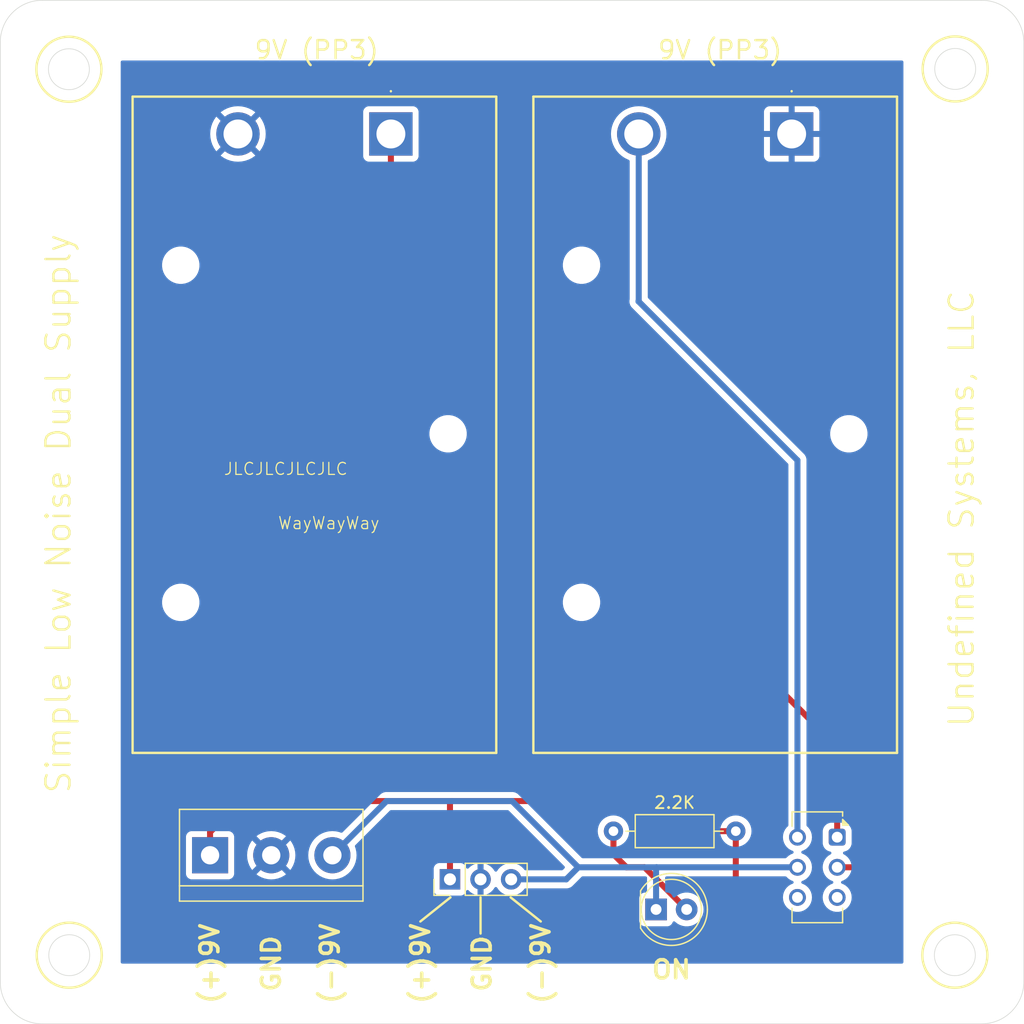
<source format=kicad_pcb>
(kicad_pcb (version 20240108) (generator "pcbnew") (generator_version "8.0")
  (layers (0 "F.Cu" signal) (31 "B.Cu" signal) (34 "B.Paste" user) (35 "F.Paste" user) (36 "B.SilkS" user "B.Silkscreen") (37 "F.SilkS" user "F.Silkscreen") (38 "B.Mask" user) (39 "F.Mask" user) (44 "Edge.Cuts" user))
  (net 0 "")
  (net 1 "+9Vdc")
  (net 2 "GND")
  (net 3 "-9Vdc")
  (net 4 "-9Vdc_SWITCHED")
  (net 6 "Net-(D1-A)")
  (net 7 "+9Vdc_SWITCHED")
  (footprint "LED_THT:LED_D5.0mm" (layer "F.Cu") (at 79.46 95.5)
    (property "Reference" "D1" (hide yes))
    (property "Value" "ON" (at 1.27 5 0) (layer "F.SilkS") (effects (font (size 1.5 1.5) (thickness 0.3) (bold yes))))
    (fp_line (start -1.29 -1.545) (end -1.29 1.545) (stroke (width 0.12)) (layer "F.SilkS"))
    (fp_arc (start -1.29 -1.54483) (mid 2.072002 -2.880433) (end 4.26 0.000462) (stroke (width 0.12)) (layer "F.SilkS"))
    (fp_arc (start 4.26 -0.000462) (mid 2.072002 2.880433) (end -1.29 1.54483) (stroke (width 0.12)) (layer "F.SilkS"))
    (fp_circle (center 1.27 0) (end 3.77 0) (stroke (width 0.12)) (fill none) (layer "F.SilkS"))
    (pad "1" thru_hole rect (at 0 0) (size 1.8 1.8) (drill 0.9) (layers "*.Cu" "*.Mask") (net 4 "-9Vdc_SWITCHED"))
    (pad "2" thru_hole circle (at 2.54 0) (size 1.8 1.8) (drill 0.9) (layers "*.Cu" "*.Mask") (net 6 "Net-(D1-A)"))
  )
  (footprint "Resistor_THT:R_Axial_DIN0207_L6.3mm_D2.5mm_P10.16mm_Horizontal" (layer "F.Cu") (at 86.08 89 180)
    (property "Reference" "R1" (hide yes))
    (property "Value" "2.2K" (at 5.08 2.37 0) (layer "F.SilkS"))
    (fp_line (start 9.12 0) (end 8.35 0) (stroke (width 0.12)) (layer "F.SilkS"))
    (fp_line (start 8.35 1.37) (end 8.35 -1.37) (stroke (width 0.12)) (layer "F.SilkS"))
    (fp_line (start 8.35 -1.37) (end 1.81 -1.37) (stroke (width 0.12)) (layer "F.SilkS"))
    (fp_line (start 1.81 1.37) (end 8.35 1.37) (stroke (width 0.12)) (layer "F.SilkS"))
    (fp_line (start 1.81 -1.37) (end 1.81 1.37) (stroke (width 0.12)) (layer "F.SilkS"))
    (fp_line (start 1.04 0) (end 1.81 0) (stroke (width 0.12)) (layer "F.SilkS"))
    (pad "1" thru_hole circle (at 0 0 180) (size 1.6 1.6) (drill 0.8) (layers "*.Cu" "*.Mask") (net 7 "+9Vdc_SWITCHED"))
    (pad "2" thru_hole oval (at 10.16 0 180) (size 1.6 1.6) (drill 0.8) (layers "*.Cu" "*.Mask") (net 6 "Net-(D1-A)"))
  )
  (footprint "Connector_PinHeader_2.54mm:PinHeader_1x03_P2.54mm_Vertical" (layer "F.Cu") (at 62.343354 93 90)
    (property "Reference" "J2" (hide yes))
    (property "Value" "9V")
    (fp_line (start -1.33 -1.33) (end 0 -1.33) (stroke (width 0.12)) (layer "F.SilkS"))
    (fp_line (start -1.33 0) (end -1.33 -1.33) (stroke (width 0.12)) (layer "F.SilkS"))
    (fp_line (start 1.33 1.27) (end 1.33 6.41) (stroke (width 0.12)) (layer "F.SilkS"))
    (fp_line (start -1.33 1.27) (end 1.33 1.27) (stroke (width 0.12)) (layer "F.SilkS"))
    (fp_line (start -1.33 1.27) (end -1.33 6.41) (stroke (width 0.12)) (layer "F.SilkS"))
    (fp_line (start -1.33 6.41) (end 1.33 6.41) (stroke (width 0.12)) (layer "F.SilkS"))
    (pad "1" thru_hole rect (at 0 0 90) (size 1.7 1.7) (drill 1) (layers "*.Cu" "*.Mask") (net 7 "+9Vdc_SWITCHED"))
    (pad "2" thru_hole oval (at 0 2.54 90) (size 1.7 1.7) (drill 1) (layers "*.Cu" "*.Mask") (net 2 "GND"))
    (pad "3" thru_hole oval (at 0 5.08 90) (size 1.7 1.7) (drill 1) (layers "*.Cu" "*.Mask") (net 4 "-9Vdc_SWITCHED"))
  )
  (footprint "Batt:12BH611GR" (layer "F.Cu") (at 57.43698 31.1 90)
    (property "Reference" "BATT1" (hide yes))
    (property "Value" "12BH611-GR" (hide yes))
    (fp_line (start 3.1 -21.45) (end -51.4 -21.45) (stroke (width 0.2)) (layer "F.SilkS"))
    (fp_line (start -51.4 -21.45) (end -51.4 8.75) (stroke (width 0.2)) (layer "F.SilkS"))
    (fp_line (start 3.6 0) (end 3.6 0) (stroke (width 0.1)) (layer "F.SilkS"))
    (fp_line (start 3.5 0) (end 3.5 0) (stroke (width 0.1)) (layer "F.SilkS"))
    (fp_line (start 3.1 8.75) (end 3.1 -21.45) (stroke (width 0.2)) (layer "F.SilkS"))
    (fp_line (start -51.4 8.75) (end 3.1 8.75) (stroke (width 0.2)) (layer "F.SilkS"))
    (fp_arc (start 3.6 0) (mid 3.55 0.05) (end 3.5 0) (stroke (width 0.1)) (layer "F.SilkS"))
    (fp_arc (start 3.5 0) (mid 3.55 -0.05) (end 3.6 0) (stroke (width 0.1)) (layer "F.SilkS"))
    (pad "" np_thru_hole circle (at -38.9 -17.45 90) (size 2.6 2.6) (drill 2.6) (layers "*.Cu" "*.Mask"))
    (pad "" np_thru_hole circle (at -24.9 4.75 90) (size 2.6 2.6) (drill 2.6) (layers "*.Cu" "*.Mask"))
    (pad "" np_thru_hole circle (at -10.9 -17.45 90) (size 2.6 2.6) (drill 2.6) (layers "*.Cu" "*.Mask"))
    (pad "1" thru_hole rect (at 0 0 90) (size 3.6 3.6) (drill 2.4) (layers "*.Cu" "*.Mask") (net 1 "+9Vdc"))
    (pad "2" thru_hole circle (at 0 -12.7 90) (size 3.6 3.6) (drill 2.4) (layers "*.Cu" "*.Mask") (net 2 "GND"))
  )
  (footprint "Batt:12BH611GR" (layer "F.Cu") (at 90.71868 31.1 90)
    (property "Reference" "BATT2" (hide yes))
    (property "Value" "12BH611-GR" (hide yes))
    (fp_line (start 3.1 -21.45) (end -51.4 -21.45) (stroke (width 0.2)) (layer "F.SilkS"))
    (fp_line (start -51.4 -21.45) (end -51.4 8.75) (stroke (width 0.2)) (layer "F.SilkS"))
    (fp_line (start 3.6 0) (end 3.6 0) (stroke (width 0.1)) (layer "F.SilkS"))
    (fp_line (start 3.5 0) (end 3.5 0) (stroke (width 0.1)) (layer "F.SilkS"))
    (fp_line (start 3.1 8.75) (end 3.1 -21.45) (stroke (width 0.2)) (layer "F.SilkS"))
    (fp_line (start -51.4 8.75) (end 3.1 8.75) (stroke (width 0.2)) (layer "F.SilkS"))
    (fp_arc (start 3.6 0) (mid 3.55 0.05) (end 3.5 0) (stroke (width 0.1)) (layer "F.SilkS"))
    (fp_arc (start 3.5 0) (mid 3.55 -0.05) (end 3.6 0) (stroke (width 0.1)) (layer "F.SilkS"))
    (pad "" np_thru_hole circle (at -38.9 -17.45 90) (size 2.6 2.6) (drill 2.6) (layers "*.Cu" "*.Mask"))
    (pad "" np_thru_hole circle (at -24.9 4.75 90) (size 2.6 2.6) (drill 2.6) (layers "*.Cu" "*.Mask"))
    (pad "" np_thru_hole circle (at -10.9 -17.45 90) (size 2.6 2.6) (drill 2.6) (layers "*.Cu" "*.Mask"))
    (pad "1" thru_hole rect (at 0 0 90) (size 3.6 3.6) (drill 2.4) (layers "*.Cu" "*.Mask") (net 2 "GND"))
    (pad "2" thru_hole circle (at 0 -12.7 90) (size 3.6 3.6) (drill 2.4) (layers "*.Cu" "*.Mask") (net 3 "-9Vdc"))
  )
  (footprint "Button_Switch_THT:SW_CK_JS202011CQN_DPDT_Straight" (layer "F.Cu") (at 94.5 89.5 -90)
    (property "Reference" "SW1" (hide yes))
    (property "Value" "9V")
    (fp_line (start -2.1 3.75) (end -0.9 3.75) (stroke (width 0.12)) (layer "F.SilkS"))
    (fp_line (start 7.1 3.75) (end 5.9 3.75) (stroke (width 0.12)) (layer "F.SilkS"))
    (fp_line (start -2.1 -0.45) (end -2.1 3.75) (stroke (width 0.12)) (layer "F.SilkS"))
    (fp_line (start -1.75 -0.45) (end -2.1 -0.45) (stroke (width 0.12)) (layer "F.SilkS"))
    (fp_line (start 5.9 -0.45) (end 7.1 -0.45) (stroke (width 0.12)) (layer "F.SilkS"))
    (fp_line (start 7.1 -0.45) (end 7.1 3.75) (stroke (width 0.12)) (layer "F.SilkS"))
    (fp_poly (pts (xy -1 -0.45) (xy -1.48 -0.45) (xy -1 -0.93) (xy -1 -0.45)) (stroke (width 0.12)) (fill solid) (layer "F.SilkS"))
    (pad "1" thru_hole roundrect (at 0 0 270) (size 1.4 1.4) (drill 0.9) (layers "*.Cu" "*.Mask") (roundrect_rratio 0.1785714286) (net 1 "+9Vdc"))
    (pad "2" thru_hole circle (at 2.5 0 270) (size 1.4 1.4) (drill 0.9) (layers "*.Cu" "*.Mask") (net 7 "+9Vdc_SWITCHED"))
    (pad "3" thru_hole circle (at 5 0 270) (size 1.4 1.4) (drill 0.9) (layers "*.Cu" "*.Mask"))
    (pad "4" thru_hole circle (at 5 3.3 270) (size 1.4 1.4) (drill 0.9) (layers "*.Cu" "*.Mask"))
    (pad "5" thru_hole circle (at 2.5 3.3 270) (size 1.4 1.4) (drill 0.9) (layers "*.Cu" "*.Mask") (net 4 "-9Vdc_SWITCHED"))
    (pad "6" thru_hole circle (at 0 3.3 270) (size 1.4 1.4) (drill 0.9) (layers "*.Cu" "*.Mask") (net 3 "-9Vdc"))
  )
  (footprint "TerminalBlock:TerminalBlock_bornier-3_P5.08mm" (layer "F.Cu") (at 42.42 91)
    (property "Reference" "J1" (hide yes))
    (property "Value" "9V" (hide yes))
    (fp_line (start -2.54 -3.81) (end 12.7 -3.81) (stroke (width 0.12)) (layer "F.SilkS"))
    (fp_line (start -2.54 2.54) (end 12.7 2.54) (stroke (width 0.12)) (layer "F.SilkS"))
    (fp_line (start -2.54 3.81) (end -2.54 -3.81) (stroke (width 0.12)) (layer "F.SilkS"))
    (fp_line (start -2.54 3.81) (end 12.7 3.81) (stroke (width 0.12)) (layer "F.SilkS"))
    (fp_line (start 12.7 3.81) (end 12.7 -3.81) (stroke (width 0.12)) (layer "F.SilkS"))
    (pad "1" thru_hole rect (at 0 0) (size 3 3) (drill 1.52) (layers "*.Cu" "*.Mask") (net 7 "+9Vdc_SWITCHED"))
    (pad "2" thru_hole circle (at 5.08 0) (size 3 3) (drill 1.52) (layers "*.Cu" "*.Mask") (net 2 "GND"))
    (pad "3" thru_hole circle (at 10.16 0) (size 3 3) (drill 1.52) (layers "*.Cu" "*.Mask") (net 4 "-9Vdc_SWITCHED"))
  )
  (gr_line (start 59.883354 96.5) (end 62.383354 94.5) (stroke (width 0.2)) (layer "F.SilkS"))
  (gr_circle (center 104.271688 99.3) (end 106.971688 99.3) (stroke (width 0.2)) (fill none) (layer "F.SilkS"))
  (gr_circle (center 30.696582 25.724143) (end 33.396582 25.724143) (stroke (width 0.2)) (fill none) (layer "F.SilkS"))
  (gr_circle (center 30.725369 99.3) (end 33.425369 99.3) (stroke (width 0.2)) (fill none) (layer "F.SilkS"))
  (gr_circle (center 104.3 25.7) (end 107 25.7) (stroke (width 0.2)) (fill none) (layer "F.SilkS"))
  (gr_line (start 64.883354 97.5) (end 64.883354 94.5) (stroke (width 0.2)) (layer "F.SilkS"))
  (gr_line (start 67.383354 94.5) (end 69.883354 96.5) (stroke (width 0.2)) (layer "F.SilkS"))
  (gr_line (start 106.5 105) (end 28.474874 105) (stroke (width 0.05)) (layer "Edge.Cuts"))
  (gr_circle (center 104.3 25.7) (end 106 25.7) (stroke (width 0.05)) (fill none) (layer "Edge.Cuts"))
  (gr_arc (start 28.474874 105) (mid 26.017766 103.982233) (end 25 101.525126) (stroke (width 0.05)) (layer "Edge.Cuts"))
  (gr_circle (center 30.696582 25.724143) (end 32.396582 25.724143) (stroke (width 0.05)) (fill none) (layer "Edge.Cuts"))
  (gr_line (start 28.5 20) (end 106.5 20) (stroke (width 0.05)) (layer "Edge.Cuts"))
  (gr_line (start 25 23.457108) (end 25 101.525126) (stroke (width 0.05)) (layer "Edge.Cuts"))
  (gr_arc (start 110 101.5) (mid 108.974874 103.974874) (end 106.5 105) (stroke (width 0.05)) (layer "Edge.Cuts"))
  (gr_circle (center 104.271688 99.3) (end 105.971688 99.3) (stroke (width 0.05)) (fill none) (layer "Edge.Cuts"))
  (gr_line (start 110 23.5) (end 110 101.5) (stroke (width 0.05)) (layer "Edge.Cuts"))
  (gr_circle (center 30.725369 99.3) (end 32.425369 99.3) (stroke (width 0.05)) (fill none) (layer "Edge.Cuts"))
  (gr_arc (start 25 23.457108) (mid 26.034008 21.003679) (end 28.5 20) (stroke (width 0.05)) (layer "Edge.Cuts"))
  (gr_arc (start 106.5 20) (mid 108.974874 21.025126) (end 110 23.5) (stroke (width 0.05)) (layer "Edge.Cuts"))
  (gr_text "(-)9V" (at 69.883354 100 90) (layer "F.SilkS") (effects (font (size 1.5 1.5) (thickness 0.3) (bold yes))))
  (gr_text "(-)9V" (at 52.383354 100 90) (layer "F.SilkS") (effects (font (size 1.5 1.5) (thickness 0.3) (bold yes))))
  (gr_text "(+)9V" (at 42.389447 100 90) (layer "F.SilkS") (effects (font (size 1.5 1.5) (thickness 0.3) (bold yes))))
  (gr_text "WayWayWay" (at 48 64 0) (layer "F.SilkS") (effects (font (size 1 1) (thickness 0.1)) (justify left bottom)))
  (gr_text "9V (PP3)" (at 46 25 0) (layer "F.SilkS") (effects (font (size 1.5 1.5) (thickness 0.2) (bold yes)) (justify left bottom)))
  (gr_text "(+)9V" (at 59.889447 100 90) (layer "F.SilkS") (effects (font (size 1.5 1.5) (thickness 0.3) (bold yes))))
  (gr_text "Simple Low Noise Dual Supply" (at 31 86 90) (layer "F.SilkS") (effects (font (size 2 2) (thickness 0.2) (bold yes)) (justify left bottom)))
  (gr_text "9V (PP3)" (at 79.5 25 0) (layer "F.SilkS") (effects (font (size 1.5 1.5) (thickness 0.2) (bold yes)) (justify left bottom)))
  (gr_text "Undefined Systems, LLC" (at 106 80.5 90) (layer "F.SilkS") (effects (font (size 2 2) (thickness 0.2) (bold yes)) (justify left bottom)))
  (gr_text "GND" (at 47.5 100 90) (layer "F.SilkS") (effects (font (size 1.5 1.5) (thickness 0.3) (bold yes))))
  (gr_text "JLCJLCJLCJLC" (at 43.5 59.5 0) (layer "F.SilkS") (effects (font (size 1 1) (thickness 0.1)) (justify left bottom)))
  (gr_text "GND" (at 65 100 90) (layer "F.SilkS") (effects (font (size 1.5 1.5) (thickness 0.3) (bold yes))))
  (segment (start 94.5 82) (end 94.5 89.5) (width 0.5) (layer "F.Cu") (net 1))
  (segment (start 57.43698 44.93698) (end 94.5 82) (width 0.5) (layer "F.Cu") (net 1))
  (segment (start 57.43698 31.1) (end 57.43698 44.93698) (width 0.5) (layer "F.Cu") (net 1))
  (segment (start 78 45) (end 91.2 58.2) (width 0.5) (layer "B.Cu") (net 3))
  (segment (start 78.01868 44.98132) (end 78 45) (width 0.5) (layer "B.Cu") (net 3))
  (segment (start 78.01868 31.1) (end 78.01868 44.98132) (width 0.5) (layer "B.Cu") (net 3))
  (segment (start 91.2 58.2) (end 91.2 89.5) (width 0.5) (layer "B.Cu") (net 3))
  (segment (start 91.2 92) (end 79.5 92) (width 0.5) (layer "B.Cu") (net 4))
  (segment (start 72 93) (end 73 92) (width 0.5) (layer "B.Cu") (net 4))
  (segment (start 79.46 92.04) (end 79.5 92) (width 0.5) (layer "B.Cu") (net 4))
  (segment (start 57.08 86.5) (end 52.58 91) (width 0.5) (layer "B.Cu") (net 4))
  (segment (start 67.423354 93) (end 72 93) (width 0.5) (layer "B.Cu") (net 4))
  (segment (start 73 92) (end 67.5 86.5) (width 0.5) (layer "B.Cu") (net 4))
  (segment (start 79.46 95.5) (end 79.46 92.04) (width 0.5) (layer "B.Cu") (net 4))
  (segment (start 79.5 92) (end 73 92) (width 0.5) (layer "B.Cu") (net 4))
  (segment (start 67.5 86.5) (end 57.08 86.5) (width 0.5) (layer "B.Cu") (net 4))
  (segment (start 82 95.5) (end 78.5 92) (width 0.5) (layer "F.Cu") (net 6))
  (segment (start 77 92) (end 75.92 90.92) (width 0.5) (layer "F.Cu") (net 6))
  (segment (start 75.92 90.92) (end 75.92 89) (width 0.5) (layer "F.Cu") (net 6))
  (segment (start 78.5 92) (end 77 92) (width 0.5) (layer "F.Cu") (net 6))
  (segment (start 79 89) (end 76.5 86.5) (width 0.5) (layer "F.Cu") (net 7))
  (segment (start 62.5 86.5) (end 45 86.5) (width 0.5) (layer "F.Cu") (net 7))
  (segment (start 94.5 92) (end 96.5 92) (width 0.5) (layer "F.Cu") (net 7))
  (segment (start 42.42 89.08) (end 42.42 91) (width 0.5) (layer "F.Cu") (net 7))
  (segment (start 96.5 92) (end 98 93.5) (width 0.5) (layer "F.Cu") (net 7))
  (segment (start 62.343354 86.656646) (end 62.5 86.5) (width 0.5) (layer "F.Cu") (net 7))
  (segment (start 62.343354 93) (end 62.343354 86.656646) (width 0.5) (layer "F.Cu") (net 7))
  (segment (start 86.08 89) (end 79 89) (width 0.5) (layer "F.Cu") (net 7))
  (segment (start 98 97.5) (end 96.5 99) (width 0.5) (layer "F.Cu") (net 7))
  (segment (start 90 99) (end 86.08 95.08) (width 0.5) (layer "F.Cu") (net 7))
  (segment (start 96.5 99) (end 90 99) (width 0.5) (layer "F.Cu") (net 7))
  (segment (start 98 93.5) (end 98 97.5) (width 0.5) (layer "F.Cu") (net 7))
  (segment (start 86.08 95.08) (end 86.08 89) (width 0.5) (layer "F.Cu") (net 7))
  (segment (start 45 86.5) (end 42.42 89.08) (width 0.5) (layer "F.Cu") (net 7))
  (segment (start 76.5 86.5) (end 62.5 86.5) (width 0.5) (layer "F.Cu") (net 7))
  (zone (net 2) (net_name "GND") (layer "B.Cu") (connect_pads (clearance 0.5)) (min_thickness 0.25) (fill yes (thermal_gap 0.5) (thermal_bridge_width 0.5))
    (polygon (pts (xy 35 25) (xy 100 25) (xy 100 100) (xy 35 100)))
  )
)
</source>
